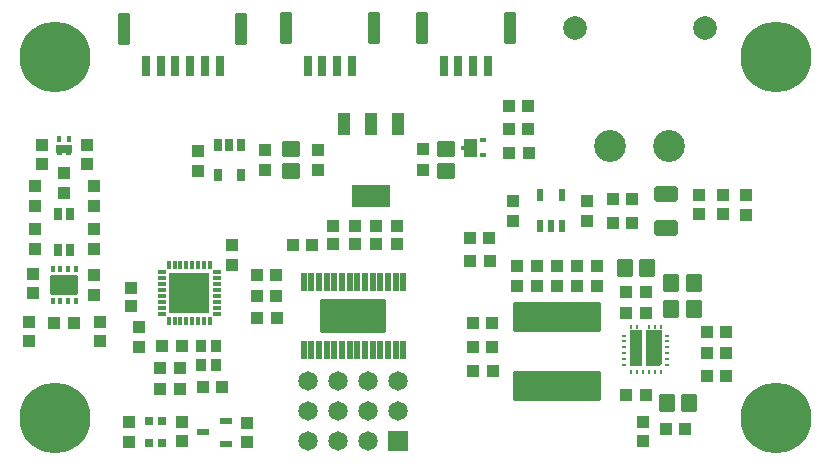
<source format=gbr>
G04*
G04 #@! TF.GenerationSoftware,Altium Limited,Altium Designer,24.7.2 (38)*
G04*
G04 Layer_Color=255*
%FSLAX25Y25*%
%MOIN*%
G70*
G04*
G04 #@! TF.SameCoordinates,AB7849DE-EAC8-4354-A705-FC1E97C67EB3*
G04*
G04*
G04 #@! TF.FilePolarity,Positive*
G04*
G01*
G75*
G04:AMPARAMS|DCode=35|XSize=39.37mil|YSize=106.3mil|CornerRadius=2.95mil|HoleSize=0mil|Usage=FLASHONLY|Rotation=180.000|XOffset=0mil|YOffset=0mil|HoleType=Round|Shape=RoundedRectangle|*
%AMROUNDEDRECTD35*
21,1,0.03937,0.10039,0,0,180.0*
21,1,0.03347,0.10630,0,0,180.0*
1,1,0.00591,-0.01673,0.05020*
1,1,0.00591,0.01673,0.05020*
1,1,0.00591,0.01673,-0.05020*
1,1,0.00591,-0.01673,-0.05020*
%
%ADD35ROUNDEDRECTD35*%
G04:AMPARAMS|DCode=36|XSize=23.62mil|YSize=66.93mil|CornerRadius=1.77mil|HoleSize=0mil|Usage=FLASHONLY|Rotation=180.000|XOffset=0mil|YOffset=0mil|HoleType=Round|Shape=RoundedRectangle|*
%AMROUNDEDRECTD36*
21,1,0.02362,0.06339,0,0,180.0*
21,1,0.02008,0.06693,0,0,180.0*
1,1,0.00354,-0.01004,0.03169*
1,1,0.00354,0.01004,0.03169*
1,1,0.00354,0.01004,-0.03169*
1,1,0.00354,-0.01004,-0.03169*
%
%ADD36ROUNDEDRECTD36*%
G04:AMPARAMS|DCode=56|XSize=51.18mil|YSize=59.06mil|CornerRadius=3.84mil|HoleSize=0mil|Usage=FLASHONLY|Rotation=180.000|XOffset=0mil|YOffset=0mil|HoleType=Round|Shape=RoundedRectangle|*
%AMROUNDEDRECTD56*
21,1,0.05118,0.05138,0,0,180.0*
21,1,0.04350,0.05906,0,0,180.0*
1,1,0.00768,-0.02175,0.02569*
1,1,0.00768,0.02175,0.02569*
1,1,0.00768,0.02175,-0.02569*
1,1,0.00768,-0.02175,-0.02569*
%
%ADD56ROUNDEDRECTD56*%
G04:AMPARAMS|DCode=57|XSize=43.31mil|YSize=39.37mil|CornerRadius=2.95mil|HoleSize=0mil|Usage=FLASHONLY|Rotation=270.000|XOffset=0mil|YOffset=0mil|HoleType=Round|Shape=RoundedRectangle|*
%AMROUNDEDRECTD57*
21,1,0.04331,0.03347,0,0,270.0*
21,1,0.03740,0.03937,0,0,270.0*
1,1,0.00591,-0.01673,-0.01870*
1,1,0.00591,-0.01673,0.01870*
1,1,0.00591,0.01673,0.01870*
1,1,0.00591,0.01673,-0.01870*
%
%ADD57ROUNDEDRECTD57*%
G04:AMPARAMS|DCode=59|XSize=295.28mil|YSize=98.43mil|CornerRadius=4.92mil|HoleSize=0mil|Usage=FLASHONLY|Rotation=180.000|XOffset=0mil|YOffset=0mil|HoleType=Round|Shape=RoundedRectangle|*
%AMROUNDEDRECTD59*
21,1,0.29528,0.08858,0,0,180.0*
21,1,0.28543,0.09843,0,0,180.0*
1,1,0.00984,-0.14272,0.04429*
1,1,0.00984,0.14272,0.04429*
1,1,0.00984,0.14272,-0.04429*
1,1,0.00984,-0.14272,-0.04429*
%
%ADD59ROUNDEDRECTD59*%
G04:AMPARAMS|DCode=60|XSize=43.31mil|YSize=39.37mil|CornerRadius=2.95mil|HoleSize=0mil|Usage=FLASHONLY|Rotation=0.000|XOffset=0mil|YOffset=0mil|HoleType=Round|Shape=RoundedRectangle|*
%AMROUNDEDRECTD60*
21,1,0.04331,0.03347,0,0,0.0*
21,1,0.03740,0.03937,0,0,0.0*
1,1,0.00591,0.01870,-0.01673*
1,1,0.00591,-0.01870,-0.01673*
1,1,0.00591,-0.01870,0.01673*
1,1,0.00591,0.01870,0.01673*
%
%ADD60ROUNDEDRECTD60*%
G04:AMPARAMS|DCode=61|XSize=51.18mil|YSize=59.06mil|CornerRadius=3.84mil|HoleSize=0mil|Usage=FLASHONLY|Rotation=90.000|XOffset=0mil|YOffset=0mil|HoleType=Round|Shape=RoundedRectangle|*
%AMROUNDEDRECTD61*
21,1,0.05118,0.05138,0,0,90.0*
21,1,0.04350,0.05906,0,0,90.0*
1,1,0.00768,0.02569,0.02175*
1,1,0.00768,0.02569,-0.02175*
1,1,0.00768,-0.02569,-0.02175*
1,1,0.00768,-0.02569,0.02175*
%
%ADD61ROUNDEDRECTD61*%
G04:AMPARAMS|DCode=62|XSize=23.62mil|YSize=66.93mil|CornerRadius=1.18mil|HoleSize=0mil|Usage=FLASHONLY|Rotation=180.000|XOffset=0mil|YOffset=0mil|HoleType=Round|Shape=RoundedRectangle|*
%AMROUNDEDRECTD62*
21,1,0.02362,0.06457,0,0,180.0*
21,1,0.02126,0.06693,0,0,180.0*
1,1,0.00236,-0.01063,0.03228*
1,1,0.00236,0.01063,0.03228*
1,1,0.00236,0.01063,-0.03228*
1,1,0.00236,-0.01063,-0.03228*
%
%ADD62ROUNDEDRECTD62*%
G04:AMPARAMS|DCode=63|XSize=39.37mil|YSize=106.3mil|CornerRadius=1.97mil|HoleSize=0mil|Usage=FLASHONLY|Rotation=180.000|XOffset=0mil|YOffset=0mil|HoleType=Round|Shape=RoundedRectangle|*
%AMROUNDEDRECTD63*
21,1,0.03937,0.10236,0,0,180.0*
21,1,0.03543,0.10630,0,0,180.0*
1,1,0.00394,-0.01772,0.05118*
1,1,0.00394,0.01772,0.05118*
1,1,0.00394,0.01772,-0.05118*
1,1,0.00394,-0.01772,-0.05118*
%
%ADD63ROUNDEDRECTD63*%
G04:AMPARAMS|DCode=66|XSize=39.37mil|YSize=43.31mil|CornerRadius=2.95mil|HoleSize=0mil|Usage=FLASHONLY|Rotation=180.000|XOffset=0mil|YOffset=0mil|HoleType=Round|Shape=RoundedRectangle|*
%AMROUNDEDRECTD66*
21,1,0.03937,0.03740,0,0,180.0*
21,1,0.03347,0.04331,0,0,180.0*
1,1,0.00591,-0.01673,0.01870*
1,1,0.00591,0.01673,0.01870*
1,1,0.00591,0.01673,-0.01870*
1,1,0.00591,-0.01673,-0.01870*
%
%ADD66ROUNDEDRECTD66*%
G04:AMPARAMS|DCode=67|XSize=23.62mil|YSize=11.81mil|CornerRadius=0.59mil|HoleSize=0mil|Usage=FLASHONLY|Rotation=180.000|XOffset=0mil|YOffset=0mil|HoleType=Round|Shape=RoundedRectangle|*
%AMROUNDEDRECTD67*
21,1,0.02362,0.01063,0,0,180.0*
21,1,0.02244,0.01181,0,0,180.0*
1,1,0.00118,-0.01122,0.00532*
1,1,0.00118,0.01122,0.00532*
1,1,0.00118,0.01122,-0.00532*
1,1,0.00118,-0.01122,-0.00532*
%
%ADD67ROUNDEDRECTD67*%
G04:AMPARAMS|DCode=68|XSize=23.62mil|YSize=11.81mil|CornerRadius=0.59mil|HoleSize=0mil|Usage=FLASHONLY|Rotation=90.000|XOffset=0mil|YOffset=0mil|HoleType=Round|Shape=RoundedRectangle|*
%AMROUNDEDRECTD68*
21,1,0.02362,0.01063,0,0,90.0*
21,1,0.02244,0.01181,0,0,90.0*
1,1,0.00118,0.00532,0.01122*
1,1,0.00118,0.00532,-0.01122*
1,1,0.00118,-0.00532,-0.01122*
1,1,0.00118,-0.00532,0.01122*
%
%ADD68ROUNDEDRECTD68*%
G04:AMPARAMS|DCode=69|XSize=135.83mil|YSize=135.83mil|CornerRadius=3.4mil|HoleSize=0mil|Usage=FLASHONLY|Rotation=90.000|XOffset=0mil|YOffset=0mil|HoleType=Round|Shape=RoundedRectangle|*
%AMROUNDEDRECTD69*
21,1,0.13583,0.12903,0,0,90.0*
21,1,0.12903,0.13583,0,0,90.0*
1,1,0.00679,0.06452,0.06452*
1,1,0.00679,0.06452,-0.06452*
1,1,0.00679,-0.06452,-0.06452*
1,1,0.00679,-0.06452,0.06452*
%
%ADD69ROUNDEDRECTD69*%
G04:AMPARAMS|DCode=70|XSize=22.05mil|YSize=37.4mil|CornerRadius=1.1mil|HoleSize=0mil|Usage=FLASHONLY|Rotation=90.000|XOffset=0mil|YOffset=0mil|HoleType=Round|Shape=RoundedRectangle|*
%AMROUNDEDRECTD70*
21,1,0.02205,0.03520,0,0,90.0*
21,1,0.01984,0.03740,0,0,90.0*
1,1,0.00221,0.01760,0.00992*
1,1,0.00221,0.01760,-0.00992*
1,1,0.00221,-0.01760,-0.00992*
1,1,0.00221,-0.01760,0.00992*
%
%ADD70ROUNDEDRECTD70*%
G04:AMPARAMS|DCode=71|XSize=27.56mil|YSize=27.56mil|CornerRadius=2.07mil|HoleSize=0mil|Usage=FLASHONLY|Rotation=270.000|XOffset=0mil|YOffset=0mil|HoleType=Round|Shape=RoundedRectangle|*
%AMROUNDEDRECTD71*
21,1,0.02756,0.02343,0,0,270.0*
21,1,0.02343,0.02756,0,0,270.0*
1,1,0.00413,-0.01171,-0.01171*
1,1,0.00413,-0.01171,0.01171*
1,1,0.00413,0.01171,0.01171*
1,1,0.00413,0.01171,-0.01171*
%
%ADD71ROUNDEDRECTD71*%
G04:AMPARAMS|DCode=72|XSize=39.37mil|YSize=35.43mil|CornerRadius=1.77mil|HoleSize=0mil|Usage=FLASHONLY|Rotation=90.000|XOffset=0mil|YOffset=0mil|HoleType=Round|Shape=RoundedRectangle|*
%AMROUNDEDRECTD72*
21,1,0.03937,0.03189,0,0,90.0*
21,1,0.03583,0.03543,0,0,90.0*
1,1,0.00354,0.01595,0.01791*
1,1,0.00354,0.01595,-0.01791*
1,1,0.00354,-0.01595,-0.01791*
1,1,0.00354,-0.01595,0.01791*
%
%ADD72ROUNDEDRECTD72*%
G04:AMPARAMS|DCode=73|XSize=39.37mil|YSize=43.31mil|CornerRadius=2.95mil|HoleSize=0mil|Usage=FLASHONLY|Rotation=270.000|XOffset=0mil|YOffset=0mil|HoleType=Round|Shape=RoundedRectangle|*
%AMROUNDEDRECTD73*
21,1,0.03937,0.03740,0,0,270.0*
21,1,0.03347,0.04331,0,0,270.0*
1,1,0.00591,-0.01870,-0.01673*
1,1,0.00591,-0.01870,0.01673*
1,1,0.00591,0.01870,0.01673*
1,1,0.00591,0.01870,-0.01673*
%
%ADD73ROUNDEDRECTD73*%
G04:AMPARAMS|DCode=74|XSize=21.65mil|YSize=43.31mil|CornerRadius=1.62mil|HoleSize=0mil|Usage=FLASHONLY|Rotation=180.000|XOffset=0mil|YOffset=0mil|HoleType=Round|Shape=RoundedRectangle|*
%AMROUNDEDRECTD74*
21,1,0.02165,0.04006,0,0,180.0*
21,1,0.01841,0.04331,0,0,180.0*
1,1,0.00325,-0.00920,0.02003*
1,1,0.00325,0.00920,0.02003*
1,1,0.00325,0.00920,-0.02003*
1,1,0.00325,-0.00920,-0.02003*
%
%ADD74ROUNDEDRECTD74*%
G04:AMPARAMS|DCode=76|XSize=78.74mil|YSize=51.18mil|CornerRadius=5.12mil|HoleSize=0mil|Usage=FLASHONLY|Rotation=0.000|XOffset=0mil|YOffset=0mil|HoleType=Round|Shape=RoundedRectangle|*
%AMROUNDEDRECTD76*
21,1,0.07874,0.04095,0,0,0.0*
21,1,0.06850,0.05118,0,0,0.0*
1,1,0.01024,0.03425,-0.02047*
1,1,0.01024,-0.03425,-0.02047*
1,1,0.01024,-0.03425,0.02047*
1,1,0.01024,0.03425,0.02047*
%
%ADD76ROUNDEDRECTD76*%
G04:AMPARAMS|DCode=77|XSize=20.67mil|YSize=11.81mil|CornerRadius=0.89mil|HoleSize=0mil|Usage=FLASHONLY|Rotation=90.000|XOffset=0mil|YOffset=0mil|HoleType=Round|Shape=RoundedRectangle|*
%AMROUNDEDRECTD77*
21,1,0.02067,0.01004,0,0,90.0*
21,1,0.01890,0.01181,0,0,90.0*
1,1,0.00177,0.00502,0.00945*
1,1,0.00177,0.00502,-0.00945*
1,1,0.00177,-0.00502,-0.00945*
1,1,0.00177,-0.00502,0.00945*
%
%ADD77ROUNDEDRECTD77*%
G04:AMPARAMS|DCode=78|XSize=64.96mil|YSize=96.46mil|CornerRadius=4.87mil|HoleSize=0mil|Usage=FLASHONLY|Rotation=90.000|XOffset=0mil|YOffset=0mil|HoleType=Round|Shape=RoundedRectangle|*
%AMROUNDEDRECTD78*
21,1,0.06496,0.08671,0,0,90.0*
21,1,0.05522,0.09646,0,0,90.0*
1,1,0.00974,0.04336,0.02761*
1,1,0.00974,0.04336,-0.02761*
1,1,0.00974,-0.04336,-0.02761*
1,1,0.00974,-0.04336,0.02761*
%
%ADD78ROUNDEDRECTD78*%
G04:AMPARAMS|DCode=79|XSize=15.75mil|YSize=21.65mil|CornerRadius=0.79mil|HoleSize=0mil|Usage=FLASHONLY|Rotation=0.000|XOffset=0mil|YOffset=0mil|HoleType=Round|Shape=RoundedRectangle|*
%AMROUNDEDRECTD79*
21,1,0.01575,0.02008,0,0,0.0*
21,1,0.01417,0.02165,0,0,0.0*
1,1,0.00158,0.00709,-0.01004*
1,1,0.00158,-0.00709,-0.01004*
1,1,0.00158,-0.00709,0.01004*
1,1,0.00158,0.00709,0.01004*
%
%ADD79ROUNDEDRECTD79*%
G04:AMPARAMS|DCode=80|XSize=41.34mil|YSize=23.62mil|CornerRadius=1.18mil|HoleSize=0mil|Usage=FLASHONLY|Rotation=270.000|XOffset=0mil|YOffset=0mil|HoleType=Round|Shape=RoundedRectangle|*
%AMROUNDEDRECTD80*
21,1,0.04134,0.02126,0,0,270.0*
21,1,0.03898,0.02362,0,0,270.0*
1,1,0.00236,-0.01063,-0.01949*
1,1,0.00236,-0.01063,0.01949*
1,1,0.00236,0.01063,0.01949*
1,1,0.00236,0.01063,-0.01949*
%
%ADD80ROUNDEDRECTD80*%
G04:AMPARAMS|DCode=84|XSize=43.31mil|YSize=23.62mil|CornerRadius=1.18mil|HoleSize=0mil|Usage=FLASHONLY|Rotation=270.000|XOffset=0mil|YOffset=0mil|HoleType=Round|Shape=RoundedRectangle|*
%AMROUNDEDRECTD84*
21,1,0.04331,0.02126,0,0,270.0*
21,1,0.04095,0.02362,0,0,270.0*
1,1,0.00236,-0.01063,-0.02047*
1,1,0.00236,-0.01063,0.02047*
1,1,0.00236,0.01063,0.02047*
1,1,0.00236,0.01063,-0.02047*
%
%ADD84ROUNDEDRECTD84*%
%ADD85R,0.01772X0.00984*%
%ADD86R,0.00984X0.01772*%
%ADD87C,0.23622*%
%ADD88C,0.10630*%
%ADD89C,0.07874*%
%ADD90R,0.06500X0.06500*%
%ADD91C,0.06500*%
G04:AMPARAMS|DCode=92|XSize=59.06mil|YSize=17.72mil|CornerRadius=0.89mil|HoleSize=0mil|Usage=FLASHONLY|Rotation=270.000|XOffset=0mil|YOffset=0mil|HoleType=Round|Shape=RoundedRectangle|*
%AMROUNDEDRECTD92*
21,1,0.05906,0.01595,0,0,270.0*
21,1,0.05728,0.01772,0,0,270.0*
1,1,0.00177,-0.00797,-0.02864*
1,1,0.00177,-0.00797,0.02864*
1,1,0.00177,0.00797,0.02864*
1,1,0.00177,0.00797,-0.02864*
%
%ADD92ROUNDEDRECTD92*%
G04:AMPARAMS|DCode=93|XSize=115.75mil|YSize=221.26mil|CornerRadius=5.79mil|HoleSize=0mil|Usage=FLASHONLY|Rotation=270.000|XOffset=0mil|YOffset=0mil|HoleType=Round|Shape=RoundedRectangle|*
%AMROUNDEDRECTD93*
21,1,0.11575,0.20969,0,0,270.0*
21,1,0.10417,0.22126,0,0,270.0*
1,1,0.01158,-0.10484,-0.05209*
1,1,0.01158,-0.10484,0.05209*
1,1,0.01158,0.10484,0.05209*
1,1,0.01158,0.10484,-0.05209*
%
%ADD93ROUNDEDRECTD93*%
%AMCUSTOMSHAPE94*
4,1,12,-0.02362,-0.02165,-0.02362,-0.01181,-0.02559,-0.01181,-0.02559,0.01181,0.02559,0.01181,0.02559,-0.01181,0.02362,-0.01181,0.02362,-0.02165,0.00787,-0.02165,0.00787,-0.01181,-0.00787,-0.01181,-0.00787,-0.02165,-0.02362,-0.02165,0.0*%
%ADD94CUSTOMSHAPE94*%

G04:AMPARAMS|DCode=95|XSize=37.4mil|YSize=74.8mil|CornerRadius=1.87mil|HoleSize=0mil|Usage=FLASHONLY|Rotation=0.000|XOffset=0mil|YOffset=0mil|HoleType=Round|Shape=RoundedRectangle|*
%AMROUNDEDRECTD95*
21,1,0.03740,0.07106,0,0,0.0*
21,1,0.03366,0.07480,0,0,0.0*
1,1,0.00374,0.01683,-0.03553*
1,1,0.00374,-0.01683,-0.03553*
1,1,0.00374,-0.01683,0.03553*
1,1,0.00374,0.01683,0.03553*
%
%ADD95ROUNDEDRECTD95*%
G04:AMPARAMS|DCode=96|XSize=74.8mil|YSize=127.95mil|CornerRadius=3.74mil|HoleSize=0mil|Usage=FLASHONLY|Rotation=270.000|XOffset=0mil|YOffset=0mil|HoleType=Round|Shape=RoundedRectangle|*
%AMROUNDEDRECTD96*
21,1,0.07480,0.12047,0,0,270.0*
21,1,0.06732,0.12795,0,0,270.0*
1,1,0.00748,-0.06024,-0.03366*
1,1,0.00748,-0.06024,0.03366*
1,1,0.00748,0.06024,0.03366*
1,1,0.00748,0.06024,-0.03366*
%
%ADD96ROUNDEDRECTD96*%
%AMCUSTOMSHAPE97*
4,1,8,-0.02953,0.00787,-0.01968,0.00787,-0.01968,0.03150,0.02362,0.03150,0.02362,-0.03150,-0.01968,-0.03150,-0.01968,-0.00787,-0.02953,-0.00787,-0.02953,0.00787,0.0*%
%ADD97CUSTOMSHAPE97*%

G04:AMPARAMS|DCode=98|XSize=15.75mil|YSize=19.68mil|CornerRadius=0.79mil|HoleSize=0mil|Usage=FLASHONLY|Rotation=90.000|XOffset=0mil|YOffset=0mil|HoleType=Round|Shape=RoundedRectangle|*
%AMROUNDEDRECTD98*
21,1,0.01575,0.01811,0,0,90.0*
21,1,0.01417,0.01968,0,0,90.0*
1,1,0.00158,0.00906,0.00709*
1,1,0.00158,0.00906,-0.00709*
1,1,0.00158,-0.00906,-0.00709*
1,1,0.00158,-0.00906,0.00709*
%
%ADD98ROUNDEDRECTD98*%
%AMCUSTOMSHAPE99*
4,1,6,0.02618,0.06142,0.02618,-0.05138,0.02097,-0.05659,0.01614,-0.06142,-0.02618,-0.06142,-0.02618,0.06142,0.02618,0.06142,0.0*%
%ADD99CUSTOMSHAPE99*%

%AMCUSTOMSHAPE100*
4,1,4,0.01870,0.06142,-0.01870,0.06142,-0.01870,-0.06142,0.01870,-0.06142,0.01870,0.06142,0.0*%
%ADD100CUSTOMSHAPE100*%

D35*
X208733Y331413D02*
D03*
X169560D02*
D03*
D36*
X201450Y318815D02*
D03*
X196528D02*
D03*
X191607D02*
D03*
X186686D02*
D03*
X181765D02*
D03*
X176843D02*
D03*
D56*
X359449Y237795D02*
D03*
X351969D02*
D03*
X350590Y206693D02*
D03*
X358071D02*
D03*
X343898Y251772D02*
D03*
X336417D02*
D03*
X351969Y246654D02*
D03*
X359449D02*
D03*
D57*
X307189Y252350D02*
D03*
Y245657D02*
D03*
X188399Y218133D02*
D03*
Y211440D02*
D03*
X171240Y193677D02*
D03*
Y200370D02*
D03*
X205512Y252559D02*
D03*
Y259252D02*
D03*
X181509Y211440D02*
D03*
Y218133D02*
D03*
X174619Y225219D02*
D03*
Y231912D02*
D03*
X323819Y274016D02*
D03*
Y267323D02*
D03*
X299213D02*
D03*
Y274016D02*
D03*
X300492Y245650D02*
D03*
Y252343D02*
D03*
X376969Y269291D02*
D03*
Y275984D02*
D03*
X320655Y245735D02*
D03*
Y252428D02*
D03*
X327389Y245696D02*
D03*
Y252389D02*
D03*
X149606Y283268D02*
D03*
Y276575D02*
D03*
X139764Y278937D02*
D03*
Y272244D02*
D03*
X159449Y258071D02*
D03*
Y264764D02*
D03*
X139764Y258071D02*
D03*
Y264764D02*
D03*
X159449Y278937D02*
D03*
Y272244D02*
D03*
Y249410D02*
D03*
Y242717D02*
D03*
X370276Y230315D02*
D03*
X363976D02*
D03*
X194095Y290551D02*
D03*
Y283858D02*
D03*
X216535Y284252D02*
D03*
Y290945D02*
D03*
X234252Y284252D02*
D03*
Y290945D02*
D03*
X269221Y284424D02*
D03*
Y291117D02*
D03*
X313942Y252369D02*
D03*
Y245676D02*
D03*
D59*
X313976Y212205D02*
D03*
Y235433D02*
D03*
D60*
X343577Y209252D02*
D03*
X336884D02*
D03*
X182099Y225613D02*
D03*
X188792D02*
D03*
X291494Y254043D02*
D03*
X284801D02*
D03*
X292675Y217232D02*
D03*
X285982D02*
D03*
X297835Y289980D02*
D03*
X304528D02*
D03*
X220472Y235039D02*
D03*
X213779D02*
D03*
X152953Y233169D02*
D03*
X146260D02*
D03*
X157087Y286221D02*
D03*
Y292520D02*
D03*
X142126Y286221D02*
D03*
Y292520D02*
D03*
X336811Y236614D02*
D03*
X343504D02*
D03*
X336811Y243701D02*
D03*
X343504D02*
D03*
D61*
X276772Y291339D02*
D03*
Y283858D02*
D03*
X225394Y291339D02*
D03*
Y283858D02*
D03*
D62*
X290846Y318993D02*
D03*
X285925D02*
D03*
X281004D02*
D03*
X276083D02*
D03*
X245571D02*
D03*
X240650D02*
D03*
X235728D02*
D03*
X230807D02*
D03*
D63*
X298130Y331592D02*
D03*
X268799D02*
D03*
X252854D02*
D03*
X223524D02*
D03*
D66*
X139370Y243307D02*
D03*
Y249606D02*
D03*
X188957Y193874D02*
D03*
Y200173D02*
D03*
X369094Y275787D02*
D03*
Y269488D02*
D03*
X210531Y200000D02*
D03*
Y193701D02*
D03*
X171850Y238779D02*
D03*
Y245079D02*
D03*
X361221Y275787D02*
D03*
Y269488D02*
D03*
X260630Y259449D02*
D03*
Y265748D02*
D03*
X253543Y259449D02*
D03*
Y265748D02*
D03*
X246457Y259449D02*
D03*
Y265748D02*
D03*
X239370Y259449D02*
D03*
Y265748D02*
D03*
X161417Y227165D02*
D03*
Y233465D02*
D03*
X137795Y227165D02*
D03*
Y233465D02*
D03*
X342520Y200394D02*
D03*
Y194095D02*
D03*
D67*
X182099Y236440D02*
D03*
Y238408D02*
D03*
Y240377D02*
D03*
Y242345D02*
D03*
X200603Y244314D02*
D03*
Y246282D02*
D03*
Y248251D02*
D03*
Y250219D02*
D03*
X182099Y244314D02*
D03*
Y246282D02*
D03*
Y248251D02*
D03*
Y250219D02*
D03*
X200603Y236440D02*
D03*
Y238408D02*
D03*
Y240377D02*
D03*
Y242345D02*
D03*
D68*
X184462Y234078D02*
D03*
X186430D02*
D03*
X188399D02*
D03*
X190367D02*
D03*
X192336D02*
D03*
X194304D02*
D03*
X196273D02*
D03*
X198241D02*
D03*
Y252582D02*
D03*
X196273D02*
D03*
X194304D02*
D03*
X192336D02*
D03*
X184462D02*
D03*
X190367D02*
D03*
X188399D02*
D03*
X186430D02*
D03*
D69*
X191351Y243330D02*
D03*
D70*
X195866Y196850D02*
D03*
X203543Y200591D02*
D03*
Y193110D02*
D03*
D71*
X182264Y200626D02*
D03*
Y193421D02*
D03*
X177933Y200626D02*
D03*
Y193421D02*
D03*
D72*
X200210Y225613D02*
D03*
X195387D02*
D03*
X200210Y219215D02*
D03*
X195387D02*
D03*
D73*
X196076Y211833D02*
D03*
X202375D02*
D03*
X332480Y274606D02*
D03*
X338779D02*
D03*
Y266732D02*
D03*
X332480D02*
D03*
X291339Y261614D02*
D03*
X285039D02*
D03*
X286024Y225197D02*
D03*
X292323D02*
D03*
X286024Y233268D02*
D03*
X292323D02*
D03*
X225892Y259252D02*
D03*
X232191D02*
D03*
X363976Y215551D02*
D03*
X370276D02*
D03*
X298031Y297854D02*
D03*
X304331D02*
D03*
X220276Y242126D02*
D03*
X213976D02*
D03*
X356496Y197835D02*
D03*
X350197D02*
D03*
X220276Y249410D02*
D03*
X213976D02*
D03*
X298031Y305459D02*
D03*
X304331D02*
D03*
X370276Y223425D02*
D03*
X363976D02*
D03*
D74*
X308090Y265602D02*
D03*
X311831D02*
D03*
X315571D02*
D03*
X308090Y275839D02*
D03*
X315571D02*
D03*
D76*
X350394Y264961D02*
D03*
Y276378D02*
D03*
D77*
X148327Y251327D02*
D03*
X153445Y240602D02*
D03*
X150886D02*
D03*
X145768Y240600D02*
D03*
X148327Y240602D02*
D03*
X150886Y251327D02*
D03*
X145768D02*
D03*
X153445D02*
D03*
D78*
X149606Y245965D02*
D03*
D79*
X151181Y294685D02*
D03*
X148031D02*
D03*
D80*
X151575Y269685D02*
D03*
X147638D02*
D03*
Y257677D02*
D03*
X151575D02*
D03*
D84*
X200984Y282480D02*
D03*
X208465Y292717D02*
D03*
X204724D02*
D03*
X200984D02*
D03*
X208465Y282480D02*
D03*
D85*
X350689Y219252D02*
D03*
Y225158D02*
D03*
Y223189D02*
D03*
Y221221D02*
D03*
X336358Y219252D02*
D03*
Y221221D02*
D03*
Y223189D02*
D03*
Y225158D02*
D03*
Y227127D02*
D03*
X350689Y227127D02*
D03*
X336358Y229095D02*
D03*
X350689Y229095D02*
D03*
D86*
X348425Y217008D02*
D03*
X346457D02*
D03*
X344488D02*
D03*
X342520D02*
D03*
X340551D02*
D03*
X338583D02*
D03*
X338622Y231851D02*
D03*
X340591D02*
D03*
X344488Y231851D02*
D03*
X346457D02*
D03*
X348425D02*
D03*
D87*
X146654Y321850D02*
D03*
X386811Y201772D02*
D03*
Y321850D02*
D03*
X146654Y201772D02*
D03*
D88*
X331693Y292323D02*
D03*
X351378D02*
D03*
D89*
X363189Y331693D02*
D03*
X319882D02*
D03*
D90*
X260787Y193937D02*
D03*
D91*
X250787D02*
D03*
X240787D02*
D03*
X230787D02*
D03*
X260787Y203937D02*
D03*
X250787D02*
D03*
X240787D02*
D03*
X260787Y213937D02*
D03*
X250787D02*
D03*
X240787D02*
D03*
X230787Y203937D02*
D03*
Y213937D02*
D03*
D92*
X229429Y224213D02*
D03*
X231988D02*
D03*
X234547D02*
D03*
X237106D02*
D03*
X239665D02*
D03*
X242224D02*
D03*
X244783D02*
D03*
X247342D02*
D03*
X249902D02*
D03*
X252461D02*
D03*
X255020D02*
D03*
X257579D02*
D03*
X260138D02*
D03*
X262697D02*
D03*
X229429Y247047D02*
D03*
X231988D02*
D03*
X234547D02*
D03*
X237106D02*
D03*
X239665D02*
D03*
X242224D02*
D03*
X244783D02*
D03*
X247342D02*
D03*
X249902D02*
D03*
X252461D02*
D03*
X255020D02*
D03*
X257579D02*
D03*
X260138D02*
D03*
X262697D02*
D03*
D93*
X246063Y235630D02*
D03*
D94*
X149606Y291240D02*
D03*
D95*
X261024Y299606D02*
D03*
X251969D02*
D03*
X242913D02*
D03*
D96*
X251969Y275590D02*
D03*
D97*
X285039Y291732D02*
D03*
D98*
X289370Y289173D02*
D03*
Y294291D02*
D03*
D99*
X346122Y224902D02*
D03*
D100*
X340177Y224902D02*
D03*
M02*

</source>
